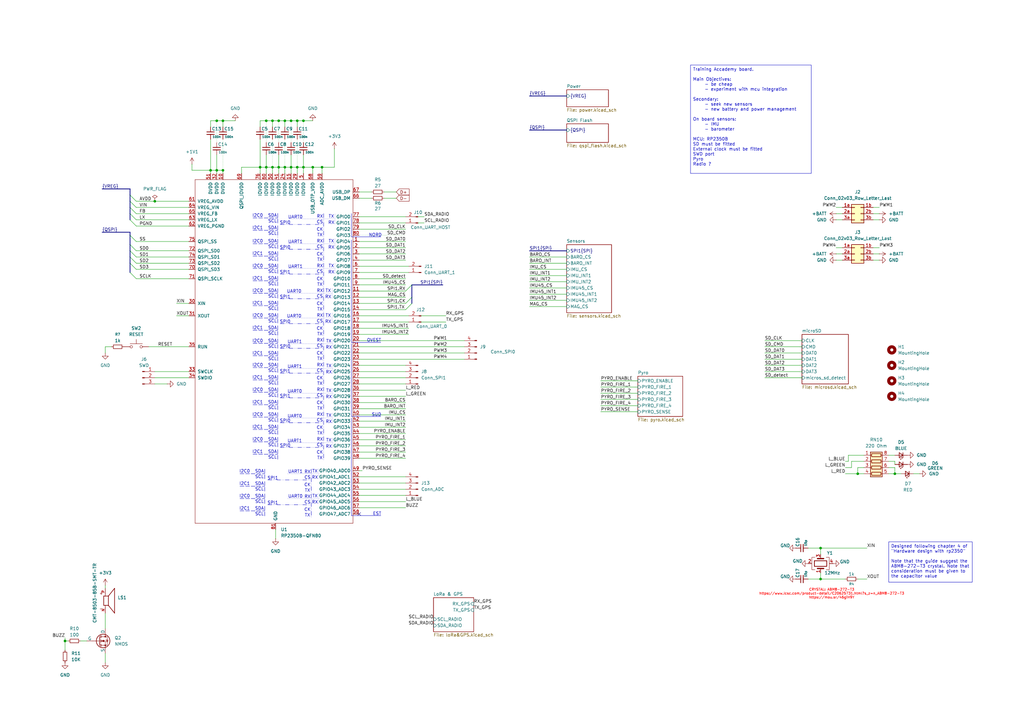
<source format=kicad_sch>
(kicad_sch (version 20250114) (generator "eeschema") (generator_version "9.0")
  (paper "A3")
  (title_block (title "Training Academy Board ") (date "2025-09-11") (rev "1.0") (company "Sapienza Rocket Team") (comment 1 "first board for the trainig academy"))
  (bus_alias "QSPI" (members "SS" "SD[0..3]" "SCLK"))
  (bus_alias "SPI" (members "TX" "RX" "CS" "CK"))
  (bus_alias "VREG" (members "AVDD" "VIN" "FB" "LX" "PGND"))
  (text "CS" (at 131.191 182.626 0) (effects (font (size 1.27 1.27))))
  (text "I2C1" (at 100.33 208.661 0) (effects (font (size 1.27 1.27))))
  (text "SDA" (at 111.76 124.46 0) (effects (font (size 1.27 1.27))))
  (text "SPI1" (at 116.967 162.56 0) (effects (font (size 1.27 1.27))))
  (text "SDA" (at 111.76 93.599 0) (effects (font (size 1.27 1.27))))
  (text "RX" (at 131.191 180.34 0) (effects (font (size 1.27 1.27))))
  (text "CK" (at 126.111 209.169 0) (effects (font (size 1.27 1.27))))
  (text "SDA" (at 111.76 165.1 0) (effects (font (size 1.27 1.27))))
  (text "SCL" (at 111.76 167.386 0) (effects (font (size 1.27 1.27))))
  (text "SPI0" (at 116.967 132.08 0) (effects (font (size 1.27 1.27))))
  (text "TX" (at 131.191 147.32 0) (effects (font (size 1.27 1.27))))
  (text "RX" (at 134.874 142.621 0) (effects (font (size 1.27 1.27))))
  (text "UART0" (at 120.65 129.794 0) (effects (font (size 1.27 1.27))))
  (text "SDA" (at 111.76 154.94 0) (effects (font (size 1.27 1.27))))
  (text "SDA" (at 106.426 198.501 0) (effects (font (size 1.27 1.27))))
  (text "RX" (at 131.191 119.38 0) (effects (font (size 1.27 1.27))))
  (text "SPI0" (at 116.967 91.44 0) (effects (font (size 1.27 1.27))))
  (text "TX" (at 134.874 170.561 0) (effects (font (size 1.27 1.27))))
  (text "SCL" (at 111.76 136.906 0) (effects (font (size 1.27 1.27))))
  (text "UART1" (at 121.158 109.474 0) (effects (font (size 1.27 1.27))))
  (text "I2C1" (at 105.664 145.034 0) (effects (font (size 1.27 1.27))))
  (text "TX" (at 129.159 203.581 0) (effects (font (size 1.27 1.27))))
  (text "I2C1" (at 105.664 124.46 0) (effects (font (size 1.27 1.27))))
  (text "SCL" (at 111.76 182.626 0) (effects (font (size 1.27 1.27))))
  (text "SCL" (at 111.76 131.826 0) (effects (font (size 1.27 1.27))))
  (text "SDA" (at 111.76 99.06 0) (effects (font (size 1.27 1.27))))
  (text "TX" (at 134.874 140.081 0) (effects (font (size 1.27 1.27))))
  (text "SDA" (at 111.76 185.42 0) (effects (font (size 1.27 1.27))))
  (text "SDA" (at 111.76 175.26 0) (effects (font (size 1.27 1.27))))
  (text "SCL" (at 111.76 177.546 0) (effects (font (size 1.27 1.27))))
  (text "SCL" (at 111.76 187.706 0) (effects (font (size 1.27 1.27))))
  (text "SDA" (at 111.76 114.3 0) (effects (font (size 1.27 1.27))))
  (text "RX" (at 134.874 183.261 0) (effects (font (size 1.27 1.27))))
  (text "CS" (at 131.191 152.146 0) (effects (font (size 1.27 1.27))))
  (text "CS" (at 126.111 195.961 0) (effects (font (size 1.27 1.27))))
  (text "TX" (at 135.89 99.06 0) (effects (font (size 1.27 1.27))))
  (text "TX" (at 126.111 211.455 0) (effects (font (size 1.27 1.27))))
  (text "I2C0" (at 105.664 109.22 0) (effects (font (size 1.27 1.27))))
  (text "SCL" (at 111.76 152.146 0) (effects (font (size 1.27 1.27))))
  (text "SCL" (at 106.426 210.947 0) (effects (font (size 1.27 1.27))))
  (text "RX" (at 131.191 88.9 0) (effects (font (size 1.27 1.27))))
  (text "TX" (at 131.191 157.48 0) (effects (font (size 1.27 1.27))))
  (text "SPI1" (at 116.967 111.76 0) (effects (font (size 1.27 1.27))))
  (text "SDA" (at 111.76 170.18 0) (effects (font (size 1.27 1.27))))
  (text "SDA" (at 111.76 104.14 0) (effects (font (size 1.27 1.27))))
  (text "SDA" (at 111.76 88.519 0) (effects (font (size 1.27 1.27))))
  (text "SPI1" (at 111.887 206.375 0) (effects (font (size 1.27 1.27))))
  (text "SDA" (at 111.76 180.34 0) (effects (font (size 1.27 1.27))))
  (text "UART1" (at 120.904 140.335 0) (effects (font (size 1.27 1.27))))
  (text "RX" (at 131.191 109.22 0) (effects (font (size 1.27 1.27))))
  (text "SPI1" (at 116.967 152.4 0) (effects (font (size 1.27 1.27))))
  (text "I2C0" (at 100.33 203.581 0) (effects (font (size 1.27 1.27))))
  (text "I2C0" (at 105.664 170.18 0) (effects (font (size 1.27 1.27))))
  (text "CK" (at 131.191 165.354 0) (effects (font (size 1.27 1.27))))
  (text "I2C1" (at 105.664 134.62 0) (effects (font (size 1.27 1.27))))
  (text "RX" (at 126.111 193.675 0) (effects (font (size 1.27 1.27))))
  (text "SCL" (at 111.76 106.426 0) (effects (font (size 1.27 1.27))))
  (text "I2C0" (at 105.664 160.02 0) (effects (font (size 1.27 1.27))))
  (text "RX" (at 129.159 206.121 0) (effects (font (size 1.27 1.27))))
  (text "TX" (at 126.111 201.295 0) (effects (font (size 1.27 1.27))))
  (text "CK" (at 131.191 155.194 0) (effects (font (size 1.27 1.27))))
  (text "SDA" (at 106.426 208.661 0) (effects (font (size 1.27 1.27))))
  (text "TX" (at 131.191 137.16 0) (effects (font (size 1.27 1.27))))
  (text "UART0" (at 120.904 170.815 0) (effects (font (size 1.27 1.27))))
  (text "UART0" (at 121.158 203.708 0) (effects (font (size 1.27 1.27))))
  (text "RX" (at 129.159 195.961 0) (effects (font (size 1.27 1.27))))
  (text "SPI0" (at 116.967 182.88 0) (effects (font (size 1.27 1.27))))
  (text "SCL" (at 111.76 121.666 0) (effects (font (size 1.27 1.27))))
  (text "I2C0" (at 100.33 193.421 0) (effects (font (size 1.27 1.27))))
  (text "SDA" (at 106.426 203.581 0) (effects (font (size 1.27 1.27))))
  (text "SCL" (at 111.76 116.586 0) (effects (font (size 1.27 1.27))))
  (text "SPI1" (at 111.887 196.215 0) (effects (font (size 1.27 1.27))))
  (text "SDA" (at 111.76 109.22 0) (effects (font (size 1.27 1.27))))
  (text "CS" (at 131.191 111.506 0) (effects (font (size 1.27 1.27))))
  (text "CK" (at 131.191 175.514 0) (effects (font (size 1.27 1.27))))
  (text "SDA" (at 111.76 134.62 0) (effects (font (size 1.27 1.27))))
  (text "CS" (at 131.191 131.826 0) (effects (font (size 1.27 1.27))))
  (text "SDA" (at 111.76 149.86 0) (effects (font (size 1.27 1.27))))
  (text "SCL" (at 106.426 195.707 0) (effects (font (size 1.27 1.27))))
  (text "CK" (at 131.191 114.554 0) (effects (font (size 1.27 1.27))))
  (text "RX" (at 131.191 99.06 0) (effects (font (size 1.27 1.27))))
  (text "TX" (at 134.874 180.721 0) (effects (font (size 1.27 1.27))))
  (text "I2C1" (at 100.33 198.501 0) (effects (font (size 1.27 1.27))))
  (text "SDA" (at 111.76 119.38 0) (effects (font (size 1.27 1.27))))
  (text "TX" (at 134.62 119.38 0) (effects (font (size 1.27 1.27))))
  (text "CS" (at 131.191 172.466 0) (effects (font (size 1.27 1.27))))
  (text "I2C1" (at 105.664 114.3 0) (effects (font (size 1.27 1.27))))
  (text "SCL" (at 111.76 90.805 0) (effects (font (size 1.27 1.27))))
  (text "CS" (at 131.191 141.986 0) (effects (font (size 1.27 1.27))))
  (text "CK" (at 131.191 185.674 0) (effects (font (size 1.27 1.27))))
  (text "NORD" (at 153.924 96.52 0) (effects (font (size 1.27 1.27))))
  (text "I2C0" (at 105.664 180.34 0) (effects (font (size 1.27 1.27))))
  (text "SPI0" (at 116.967 101.6 0) (effects (font (size 1.27 1.27))))
  (text "SCL" (at 111.76 172.466 0) (effects (font (size 1.27 1.27))))
  (text "TX" (at 131.191 127 0) (effects (font (size 1.27 1.27))))
  (text "CRYSTAL: ABM8-272-T3\nhttps://www.lcsc.com/product-detail/C20625731.html?s_z=n_ABM8-272-T3\nhttps://mou.sr/46giH9Y" (at 341.122 243.586 0) (effects (font (size 1 1))))
  (text "CS" (at 131.191 162.306 0) (effects (font (size 1.27 1.27))))
  (text "SCL" (at 106.426 205.867 0) (effects (font (size 1.27 1.27))))
  (text "SCL" (at 111.76 142.24 0) (effects (font (size 1.27 1.27))))
  (text "RX" (at 134.874 152.781 0) (effects (font (size 1.27 1.27))))
  (text "CK" (at 131.191 124.714 0) (effects (font (size 1.27 1.27))))
  (text "CK" (at 126.111 199.009 0) (effects (font (size 1.27 1.27))))
  (text "RX" (at 131.191 139.7 0) (effects (font (size 1.27 1.27))))
  (text "TX" (at 135.89 109.22 0) (effects (font (size 1.27 1.27))))
  (text "CK" (at 131.191 104.394 0) (effects (font (size 1.27 1.27))))
  (text "RX" (at 131.191 129.54 0) (effects (font (size 1.27 1.27))))
  (text "RX" (at 131.191 149.86 0) (effects (font (size 1.27 1.27))))
  (text "UART0" (at 120.65 119.634 0) (effects (font (size 1.27 1.27))))
  (text "SCL" (at 111.76 126.746 0) (effects (font (size 1.27 1.27))))
  (text "TX" (at 131.191 116.84 0) (effects (font (size 1.27 1.27))))
  (text "I2C0" (at 105.664 99.06 0) (effects (font (size 1.27 1.27))))
  (text "TX" (at 134.874 150.241 0) (effects (font (size 1.27 1.27))))
  (text "I2C0" (at 105.664 129.54 0) (effects (font (size 1.27 1.27))))
  (text "TX" (at 131.191 167.64 0) (effects (font (size 1.27 1.27))))
  (text "RX" (at 135.89 111.76 0) (effects (font (size 1.27 1.27))))
  (text "SPI0" (at 116.967 142.24 0) (effects (font (size 1.27 1.27))))
  (text "UART1" (at 121.158 99.314 0) (effects (font (size 1.27 1.27))))
  (text "UART0" (at 121.158 89.154 0) (effects (font (size 1.27 1.27))))
  (text "TX" (at 129.159 193.421 0) (effects (font (size 1.27 1.27))))
  (text "UART1" (at 120.904 180.975 0) (effects (font (size 1.27 1.27))))
  (text "I2C1" (at 105.664 104.14 0) (effects (font (size 1.27 1.27))))
  (text "I2C1" (at 105.664 165.1 0) (effects (font (size 1.27 1.27))))
  (text "CK" (at 131.191 94.234 0) (effects (font (size 1.27 1.27))))
  (text "SDA" (at 111.76 129.54 0) (effects (font (size 1.27 1.27))))
  (text "SDA" (at 111.76 139.954 0) (effects (font (size 1.27 1.27))))
  (text "I2C0" (at 105.664 88.519 0) (effects (font (size 1.27 1.27))))
  (text "CS" (at 126.111 206.121 0) (effects (font (size 1.27 1.27))))
  (text "I2C0" (at 105.664 119.38 0) (effects (font (size 1.27 1.27))))
  (text "SUD" (at 154.432 170.18 0) (effects (font (size 1.27 1.27))))
  (text "I2C1" (at 105.664 154.94 0) (effects (font (size 1.27 1.27))))
  (text "RX" (at 134.62 121.92 0) (effects (font (size 1.27 1.27))))
  (text "I2C1" (at 105.664 175.26 0) (effects (font (size 1.27 1.27))))
  (text "TX" (at 134.62 129.54 0) (effects (font (size 1.27 1.27))))
  (text "UART1" (at 121.158 193.548 0) (effects (font (size 1.27 1.27))))
  (text "CS" (at 131.191 121.666 0) (effects (font (size 1.27 1.27))))
  (text "RX" (at 135.89 91.44 0) (effects (font (size 1.27 1.27))))
  (text "SCL" (at 111.76 147.32 0) (effects (font (size 1.27 1.27))))
  (text "CS" (at 131.191 91.186 0) (effects (font (size 1.27 1.27))))
  (text "SPI1\n" (at 116.967 121.92 0) (effects (font (size 1.27 1.27))))
  (text "SCL" (at 111.76 101.346 0) (effects (font (size 1.27 1.27))))
  (text "UART0" (at 120.904 160.655 0) (effects (font (size 1.27 1.27))))
  (text "TX" (at 131.191 177.8 0) (effects (font (size 1.27 1.27))))
  (text "I2C0" (at 105.664 149.86 0) (effects (font (size 1.27 1.27))))
  (text "RX" (at 134.62 132.08 0) (effects (font (size 1.27 1.27))))
  (text "I2C1" (at 105.664 185.42 0) (effects (font (size 1.27 1.27))))
  (text "RX" (at 131.191 170.18 0) (effects (font (size 1.27 1.27))))
  (text "SCL" (at 111.76 95.885 0) (effects (font (size 1.27 1.27))))
  (text "I2C0" (at 105.664 139.954 0) (effects (font (size 1.27 1.27))))
  (text "TX" (at 131.191 187.96 0) (effects (font (size 1.27 1.27))))
  (text "SDA" (at 111.76 145.034 0) (effects (font (size 1.27 1.27))))
  (text "OVEST" (at 153.416 139.7 0) (effects (font (size 1.27 1.27))))
  (text "RX" (at 135.89 101.6 0) (effects (font (size 1.27 1.27))))
  (text "EST" (at 154.686 210.82 0) (effects (font (size 1.27 1.27))))
  (text "UART1" (at 120.904 150.495 0) (effects (font (size 1.27 1.27))))
  (text "SCL" (at 111.76 157.226 0) (effects (font (size 1.27 1.27))))
  (text "SCL" (at 106.426 200.787 0) (effects (font (size 1.27 1.27))))
  (text "SCL" (at 111.76 162.306 0) (effects (font (size 1.27 1.27))))
  (text "SDA" (at 106.426 193.421 0) (effects (font (size 1.27 1.27))))
  (text "TX" (at 131.191 96.52 0) (effects (font (size 1.27 1.27))))
  (text "SDA" (at 111.76 160.02 0) (effects (font (size 1.27 1.27))))
  (text "RX" (at 134.874 162.941 0) (effects (font (size 1.27 1.27))))
  (text "CS" (at 131.191 101.346 0) (effects (font (size 1.27 1.27))))
  (text "RX" (at 134.874 173.101 0) (effects (font (size 1.27 1.27))))
  (text "TX" (at 135.89 88.9 0) (effects (font (size 1.27 1.27))))
  (text "I2C1" (at 105.664 93.599 0) (effects (font (size 1.27 1.27))))
  (text "SPI0" (at 116.967 172.72 0) (effects (font (size 1.27 1.27))))
  (text "TX" (at 134.874 160.401 0) (effects (font (size 1.27 1.27))))
  (text "RX" (at 131.191 160.02 0) (effects (font (size 1.27 1.27))))
  (text "CK" (at 131.191 145.034 0) (effects (font (size 1.27 1.27))))
  (text "SCL" (at 111.76 111.506 0) (effects (font (size 1.27 1.27))))
  (text "TX" (at 131.191 106.68 0) (effects (font (size 1.27 1.27))))
  (text "RX" (at 126.111 203.835 0) (effects (font (size 1.27 1.27))))
  (text "CK" (at 131.191 134.874 0) (effects (font (size 1.27 1.27))))
  (text_box "Training Accademy board. \n\nMain Objectives: \n	- be cheap\n	- experiment with mcu integration\n\nSecondary:\n	- seek new sensors\n	- new battery and power management\n\nOn board sensors:\n	- IMU\n	- barometer\n\nMCU: RP2350B\nSD must be fitted\nExternal clock must be fitted\nSWD port\nPyro\nRadio ?" (at 283.21 26.67 0) (size 49.53 44.45) (margins 0.9525 0.9525 0.9525 0.9525) (effects (font (size 1.27 1.27)) (justify left top)))
  (text_box "Designed following chapter 4 of \"Hardware design with rp2350\"\n\nNote that the guide suggest the ABM8-272-T3 crystal. Note that consideration must be given to the capacitor value" (at 364.49 222.25 0) (size 34.29 16.51) (margins 0.9525 0.9525 0.9525 0.9525) (effects (font (size 1.27 1.27)) (justify left top)))
  (junction (at 121.92 68.58))
  (junction (at 367.03 194.31))
  (junction (at 124.46 68.58))
  (junction (at 124.46 49.53))
  (junction (at 116.84 49.53))
  (junction (at 351.79 194.31))
  (junction (at 336.55 237.49))
  (junction (at 111.76 68.58))
  (junction (at 116.84 68.58))
  (junction (at 91.44 49.53))
  (junction (at 88.9 49.53))
  (junction (at 63.5 82.55))
  (junction (at 121.92 49.53))
  (junction (at 128.27 68.58))
  (junction (at 86.36 69.85))
  (junction (at 91.44 69.85))
  (junction (at 88.9 69.85))
  (junction (at 119.38 68.58))
  (junction (at 109.22 49.53))
  (junction (at 106.68 68.58))
  (junction (at 111.76 49.53))
  (junction (at 119.38 49.53))
  (junction (at 26.67 262.89))
  (junction (at 132.08 68.58))
  (junction (at 114.3 68.58))
  (junction (at 109.22 68.58))
  (junction (at 114.3 49.53))
  (junction (at 336.55 224.79))
  (no_connect (at 147.32 210.82))
  (bus_entry (at 55.88 107.95) (size -2.54 -2.54))
  (bus_entry (at 55.88 85.09) (size -2.54 -2.54))
  (bus_entry (at 55.88 105.41) (size -2.54 -2.54))
  (bus_entry (at 166.37 119.38) (size 2.54 -2.54))
  (bus_entry (at 55.88 114.3) (size -2.54 -2.54))
  (bus_entry (at 55.88 99.06) (size -2.54 -2.54))
  (bus_entry (at 166.37 124.46) (size 2.54 -2.54))
  (bus_entry (at 55.88 82.55) (size -2.54 -2.54))
  (bus_entry (at 55.88 87.63) (size -2.54 -2.54))
  (bus_entry (at 55.88 92.71) (size -2.54 -2.54))
  (bus_entry (at 55.88 90.17) (size -2.54 -2.54))
  (bus_entry (at 55.88 110.49) (size -2.54 -2.54))
  (bus_entry (at 55.88 102.87) (size -2.54 -2.54))
  (bus_entry (at 166.37 127) (size 2.54 -2.54))
  (wire (pts (xy 147.32 195.58) (xy 166.37 195.58)))
  (polyline (pts (xy 144.145 98.425) (xy 144.145 140.462)))
  (wire (pts (xy 331.47 224.79) (xy 336.55 224.79)))
  (polyline (pts (xy 132.715 179.07) (xy 132.715 188.595)) (stroke (width 0) (type dash_dot_dot)))
  (wire (pts (xy 91.44 49.53) (xy 88.9 49.53)))
  (wire (pts (xy 166.37 208.28) (xy 147.32 208.28)))
  (polyline (pts (xy 127.635 192.405) (xy 127.635 201.93)) (stroke (width 0) (type dash_dot_dot)))
  (polyline (pts (xy 130.81 202.565) (xy 130.81 207.01)) (stroke (width 0) (type dot)))
  (wire (pts (xy 331.47 237.49) (xy 336.55 237.49)))
  (wire (pts (xy 147.32 170.18) (xy 166.37 170.18)))
  (wire (pts (xy 147.32 139.7) (xy 190.5 139.7)))
  (wire (pts (xy 147.32 157.48) (xy 166.37 157.48)))
  (wire (pts (xy 342.9 101.6) (xy 345.44 101.6)))
  (wire (pts (xy 128.27 68.58) (xy 128.27 71.12)))
  (wire (pts (xy 106.68 68.58) (xy 109.22 68.58)))
  (wire (pts (xy 63.5 152.4) (xy 77.47 152.4)))
  (wire (pts (xy 313.69 154.94) (xy 328.93 154.94)))
  (wire (pts (xy 166.37 160.02) (xy 147.32 160.02)))
  (bus (pts (xy 217.17 102.87) (xy 232.41 102.87)))
  (wire (pts (xy 147.32 121.92) (xy 166.37 121.92)))
  (polyline (pts (xy 118.364 99.949) (xy 137.414 99.949)) (stroke (width 0) (type dot)))
  (wire (pts (xy 217.17 107.95) (xy 232.41 107.95)))
  (polyline (pts (xy 137.414 98.044) (xy 137.414 102.489)) (stroke (width 0) (type dot)))
  (wire (pts (xy 313.69 139.7) (xy 328.93 139.7)))
  (wire (pts (xy 55.88 114.3) (xy 77.47 114.3)))
  (wire (pts (xy 147.32 200.66) (xy 166.37 200.66)))
  (wire (pts (xy 109.22 68.58) (xy 109.22 71.12)))
  (wire (pts (xy 26.67 261.62) (xy 26.67 262.89)))
  (wire (pts (xy 351.79 237.49) (xy 355.6 237.49)))
  (polyline (pts (xy 113.919 103.124) (xy 113.919 107.569)) (stroke (width 0) (type dash)))
  (wire (pts (xy 43.18 142.24) (xy 45.72 142.24)))
  (wire (pts (xy 55.88 99.06) (xy 77.47 99.06)))
  (polyline (pts (xy 113.919 164.084) (xy 113.919 168.529)) (stroke (width 0) (type dash)))
  (wire (pts (xy 86.36 57.15) (xy 86.36 69.85)))
  (wire (pts (xy 63.5 82.55) (xy 77.47 82.55)))
  (polyline (pts (xy 108.585 207.645) (xy 108.585 212.09)) (stroke (width 0) (type dash)))
  (wire (pts (xy 349.25 189.23) (xy 354.33 189.23)))
  (wire (pts (xy 55.88 85.09) (xy 77.47 85.09)))
  (wire (pts (xy 166.37 205.74) (xy 147.32 205.74)))
  (polyline (pts (xy 114.935 122.555) (xy 132.715 122.555)) (stroke (width 0) (type dash_dot_dot)))
  (polyline (pts (xy 103.759 160.909) (xy 113.919 160.909)) (stroke (width 0) (type dash)))
  (wire (pts (xy 336.55 237.49) (xy 336.55 234.95)))
  (wire (pts (xy 148.59 193.04) (xy 147.32 193.04)))
  (wire (pts (xy 109.22 49.53) (xy 109.22 58.42)) (stroke (width 0) (type dot)))
  (polyline (pts (xy 132.715 97.79) (xy 132.715 107.315)) (stroke (width 0) (type dash_dot_dot)))
  (wire (pts (xy 88.9 71.12) (xy 88.9 69.85)))
  (polyline (pts (xy 108.585 202.565) (xy 108.585 207.01)) (stroke (width 0) (type dash)))
  (wire (pts (xy 346.71 194.31) (xy 351.79 194.31)))
  (wire (pts (xy 43.18 142.24) (xy 43.18 144.78)))
  (bus (pts (xy 217.17 53.34) (xy 232.41 53.34)))
  (wire (pts (xy 147.32 154.94) (xy 166.37 154.94)))
  (wire (pts (xy 166.37 187.96) (xy 147.32 187.96)))
  (wire (pts (xy 217.17 110.49) (xy 232.41 110.49)))
  (wire (pts (xy 364.49 191.77) (xy 367.03 191.77)))
  (polyline (pts (xy 132.715 148.59) (xy 132.715 158.115)) (stroke (width 0) (type dash_dot_dot)))
  (wire (pts (xy 111.76 49.53) (xy 109.22 49.53)))
  (wire (pts (xy 88.9 49.53) (xy 86.36 49.53)))
  (polyline (pts (xy 118.11 181.61) (xy 136.525 181.61)) (stroke (width 0) (type dot)))
  (wire (pts (xy 124.46 49.53) (xy 128.27 49.53)))
  (wire (pts (xy 246.38 168.91) (xy 261.62 168.91)))
  (polyline (pts (xy 98.425 194.31) (xy 108.585 194.31)) (stroke (width 0) (type dash)))
  (polyline (pts (xy 144.145 87.63) (xy 144.145 97.155)))
  (wire (pts (xy 124.46 68.58) (xy 128.27 68.58)))
  (polyline (pts (xy 113.919 123.444) (xy 113.919 127.889)) (stroke (width 0) (type dash)))
  (polyline (pts (xy 103.759 165.989) (xy 113.919 165.989)) (stroke (width 0) (type dash)))
  (polyline (pts (xy 103.759 140.843) (xy 113.919 140.843)) (stroke (width 0) (type dash)))
  (polyline (pts (xy 127.635 202.565) (xy 127.635 212.09)) (stroke (width 0) (type dash_dot_dot)))
  (wire (pts (xy 147.32 172.72) (xy 166.37 172.72)))
  (wire (pts (xy 147.32 129.54) (xy 167.64 129.54)))
  (wire (pts (xy 217.17 113.03) (xy 232.41 113.03)))
  (wire (pts (xy 119.38 49.53) (xy 116.84 49.53)))
  (wire (pts (xy 147.32 99.06) (xy 166.37 99.06)))
  (wire (pts (xy 367.03 191.77) (xy 367.03 194.31)))
  (polyline (pts (xy 98.425 204.47) (xy 108.585 204.47)) (stroke (width 0) (type dash)))
  (wire (pts (xy 26.67 262.89) (xy 26.67 266.7)))
  (bus (pts (xy 53.34 107.95) (xy 53.34 111.76)))
  (polyline (pts (xy 113.919 118.364) (xy 113.919 122.809)) (stroke (width 0) (type dash)))
  (wire (pts (xy 166.37 162.56) (xy 147.32 162.56)))
  (wire (pts (xy 147.32 144.78) (xy 190.5 144.78)))
  (wire (pts (xy 72.39 124.46) (xy 77.47 124.46)))
  (bus (pts (xy 53.34 85.09) (xy 53.34 87.63)))
  (polyline (pts (xy 114.935 112.395) (xy 132.715 112.395)) (stroke (width 0) (type dash_dot_dot)))
  (wire (pts (xy 351.79 194.31) (xy 354.33 194.31)))
  (polyline (pts (xy 103.759 105.029) (xy 113.919 105.029)) (stroke (width 0) (type dash)))
  (polyline (pts (xy 108.585 192.405) (xy 108.585 196.85)) (stroke (width 0) (type dash)))
  (wire (pts (xy 157.48 81.28) (xy 162.56 81.28)))
  (wire (pts (xy 99.06 71.12) (xy 99.06 68.58)))
  (wire (pts (xy 111.76 68.58) (xy 111.76 71.12)))
  (polyline (pts (xy 136.271 118.364) (xy 136.271 122.809)) (stroke (width 0) (type dot)))
  (polyline (pts (xy 132.715 138.43) (xy 132.715 147.955)) (stroke (width 0) (type dash_dot_dot)))
  (wire (pts (xy 114.3 49.53) (xy 111.76 49.53)))
  (polyline (pts (xy 103.759 186.309) (xy 113.919 186.309)) (stroke (width 0) (type dash)))
  (wire (pts (xy 55.88 105.41) (xy 77.47 105.41)))
  (wire (pts (xy 116.84 57.15) (xy 116.84 68.58)) (stroke (width 0) (type dot)))
  (wire (pts (xy 147.32 132.08) (xy 167.64 132.08)))
  (wire (pts (xy 246.38 156.21) (xy 261.62 156.21)))
  (wire (pts (xy 119.38 63.5) (xy 119.38 68.58)))
  (wire (pts (xy 137.16 68.58) (xy 132.08 68.58)))
  (wire (pts (xy 55.88 92.71) (xy 77.47 92.71)))
  (wire (pts (xy 114.3 63.5) (xy 114.3 68.58)))
  (wire (pts (xy 111.76 57.15) (xy 111.76 68.58)) (stroke (width 0) (type dot)))
  (wire (pts (xy 147.32 142.24) (xy 190.5 142.24)))
  (polyline (pts (xy 132.715 107.95) (xy 132.715 117.475)) (stroke (width 0) (type dash_dot_dot)))
  (polyline (pts (xy 109.855 196.85) (xy 127.635 196.85)) (stroke (width 0) (type dash_dot_dot)))
  (bus (pts (xy 168.91 116.84) (xy 181.61 116.84)))
  (wire (pts (xy 147.32 127) (xy 166.37 127)))
  (polyline (pts (xy 144.145 170.815) (xy 156.21 170.815)))
  (wire (pts (xy 60.96 142.24) (xy 77.47 142.24)))
  (bus (pts (xy 217.17 39.37) (xy 232.41 39.37)))
  (wire (pts (xy 124.46 49.53) (xy 121.92 49.53)))
  (polyline (pts (xy 132.715 118.11) (xy 132.715 127.635)) (stroke (width 0) (type dash_dot_dot)))
  (polyline (pts (xy 103.759 145.923) (xy 113.919 145.923)) (stroke (width 0) (type dash)))
  (bus (pts (xy 53.34 105.41) (xy 53.34 107.95)))
  (wire (pts (xy 336.55 224.79) (xy 355.6 224.79)))
  (wire (pts (xy 157.48 78.74) (xy 162.56 78.74)))
  (polyline (pts (xy 136.271 128.524) (xy 136.271 132.969)) (stroke (width 0) (type dot)))
  (wire (pts (xy 354.33 191.77) (xy 351.79 191.77)))
  (wire (pts (xy 147.32 106.68) (xy 166.37 106.68)))
  (bus (pts (xy 53.34 80.01) (xy 53.34 82.55)))
  (wire (pts (xy 114.3 49.53) (xy 114.3 58.42)) (stroke (width 0) (type dot)))
  (polyline (pts (xy 98.425 199.39) (xy 108.585 199.39)) (stroke (width 0) (type dash)))
  (polyline (pts (xy 98.425 209.55) (xy 108.585 209.55)) (stroke (width 0) (type dash)))
  (polyline (pts (xy 103.759 135.509) (xy 113.919 135.509)) (stroke (width 0) (type dash)))
  (polyline (pts (xy 114.935 92.075) (xy 132.715 92.075)) (stroke (width 0) (type dash_dot_dot)))
  (wire (pts (xy 313.69 152.4) (xy 328.93 152.4)))
  (polyline (pts (xy 113.919 138.938) (xy 113.919 143.383)) (stroke (width 0) (type dash)))
  (polyline (pts (xy 114.935 142.875) (xy 132.715 142.875)) (stroke (width 0) (type dash_dot_dot)))
  (wire (pts (xy 172.72 132.08) (xy 182.88 132.08)))
  (wire (pts (xy 217.17 123.19) (xy 232.41 123.19)))
  (polyline (pts (xy 103.759 110.109) (xy 113.919 110.109)) (stroke (width 0) (type dash)))
  (wire (pts (xy 367.03 189.23) (xy 367.03 190.5)))
  (bus (pts (xy 53.34 87.63) (xy 53.34 90.17)))
  (wire (pts (xy 116.84 68.58) (xy 116.84 71.12)))
  (wire (pts (xy 147.32 124.46) (xy 166.37 124.46)))
  (wire (pts (xy 364.49 186.69) (xy 367.03 186.69)))
  (wire (pts (xy 124.46 68.58) (xy 124.46 71.12)))
  (wire (pts (xy 347.98 186.69) (xy 354.33 186.69)))
  (polyline (pts (xy 113.919 92.583) (xy 113.919 97.282)) (stroke (width 0) (type dash)))
  (wire (pts (xy 109.22 49.53) (xy 106.68 49.53)))
  (polyline (pts (xy 113.919 87.503) (xy 113.919 91.948)) (stroke (width 0) (type dash)))
  (wire (pts (xy 172.72 129.54) (xy 182.88 129.54)))
  (wire (pts (xy 147.32 96.52) (xy 166.37 96.52)) (stroke (width 0) (type dot)))
  (wire (pts (xy 91.44 69.85) (xy 88.9 69.85)))
  (wire (pts (xy 246.38 161.29) (xy 261.62 161.29)))
  (wire (pts (xy 358.14 90.17) (xy 360.68 90.17)))
  (polyline (pts (xy 118.11 171.45) (xy 136.525 171.45)) (stroke (width 0) (type dot)))
  (polyline (pts (xy 103.759 120.269) (xy 113.919 120.269)) (stroke (width 0) (type dash)))
  (wire (pts (xy 43.18 251.46) (xy 43.18 257.81)))
  (polyline (pts (xy 113.919 184.404) (xy 113.919 188.849)) (stroke (width 0) (type dash)))
  (wire (pts (xy 55.88 87.63) (xy 77.47 87.63)))
  (wire (pts (xy 128.27 68.58) (xy 132.08 68.58)))
  (bus (pts (xy 53.34 102.87) (xy 53.34 105.41)))
  (wire (pts (xy 147.32 137.16) (xy 167.64 137.16)))
  (wire (pts (xy 147.32 119.38) (xy 166.37 119.38)))
  (wire (pts (xy 147.32 114.3) (xy 166.37 114.3)))
  (wire (pts (xy 336.55 237.49) (xy 346.71 237.49)))
  (bus (pts (xy 53.34 95.25) (xy 53.34 96.52)))
  (wire (pts (xy 88.9 49.53) (xy 88.9 58.42)) (stroke (width 0) (type dot)))
  (wire (pts (xy 166.37 185.42) (xy 147.32 185.42)))
  (polyline (pts (xy 103.759 130.429) (xy 113.919 130.429)) (stroke (width 0) (type dash)))
  (wire (pts (xy 313.69 147.32) (xy 328.93 147.32)))
  (wire (pts (xy 358.14 85.09) (xy 360.68 85.09)))
  (polyline (pts (xy 132.715 158.75) (xy 132.715 168.275)) (stroke (width 0) (type dash_dot_dot)))
  (polyline (pts (xy 132.715 168.91) (xy 132.715 178.435)) (stroke (width 0) (type dash_dot_dot)))
  (wire (pts (xy 246.38 163.83) (xy 261.62 163.83)))
  (polyline (pts (xy 130.81 192.405) (xy 130.81 196.85)) (stroke (width 0) (type dot)))
  (polyline (pts (xy 144.145 97.155) (xy 156.21 97.155)))
  (wire (pts (xy 109.22 63.5) (xy 109.22 68.58)))
  (wire (pts (xy 111.76 68.58) (xy 114.3 68.58)))
  (wire (pts (xy 246.38 166.37) (xy 261.62 166.37)))
  (polyline (pts (xy 113.919 148.844) (xy 113.919 153.289)) (stroke (width 0) (type dash)))
  (wire (pts (xy 347.98 189.23) (xy 347.98 186.69)))
  (wire (pts (xy 78.74 69.85) (xy 78.74 67.31)))
  (wire (pts (xy 147.32 78.74) (xy 152.4 78.74)))
  (wire (pts (xy 106.68 49.53) (xy 106.68 52.07)))
  (bus (pts (xy 53.34 100.33) (xy 53.34 102.87)))
  (polyline (pts (xy 118.11 161.29) (xy 136.525 161.29)) (stroke (width 0) (type dot)))
  (polyline (pts (xy 114.935 173.355) (xy 132.715 173.355)) (stroke (width 0) (type dash_dot_dot)))
  (wire (pts (xy 147.32 175.26) (xy 166.37 175.26)))
  (polyline (pts (xy 118.11 204.47) (xy 130.81 204.47)) (stroke (width 0) (type dot)))
  (wire (pts (xy 26.67 262.89) (xy 27.94 262.89)))
  (bus (pts (xy 41.91 77.47) (xy 53.34 77.47)))
  (wire (pts (xy 119.38 68.58) (xy 119.38 71.12)))
  (wire (pts (xy 147.32 198.12) (xy 166.37 198.12)))
  (polyline (pts (xy 114.935 163.195) (xy 132.715 163.195)) (stroke (width 0) (type dash_dot_dot)))
  (polyline (pts (xy 114.935 102.235) (xy 132.715 102.235)) (stroke (width 0) (type dash_dot_dot)))
  (wire (pts (xy 313.69 144.78) (xy 328.93 144.78)))
  (wire (pts (xy 121.92 49.53) (xy 119.38 49.53)))
  (bus (pts (xy 168.91 121.92) (xy 168.91 124.46)))
  (wire (pts (xy 147.32 104.14) (xy 166.37 104.14)))
  (wire (pts (xy 119.38 68.58) (xy 121.92 68.58)))
  (wire (pts (xy 55.88 102.87) (xy 77.47 102.87)))
  (wire (pts (xy 124.46 63.5) (xy 124.46 68.58)))
  (bus (pts (xy 53.34 96.52) (xy 53.34 100.33)))
  (wire (pts (xy 358.14 106.68) (xy 360.68 106.68)))
  (wire (pts (xy 147.32 88.9) (xy 166.37 88.9)))
  (polyline (pts (xy 118.11 140.97) (xy 136.525 140.97)) (stroke (width 0) (type dot)))
  (wire (pts (xy 147.32 91.44) (xy 166.37 91.44)))
  (polyline (pts (xy 113.919 174.244) (xy 113.919 178.689)) (stroke (width 0) (type dash)))
  (wire (pts (xy 364.49 189.23) (xy 367.03 189.23)))
  (wire (pts (xy 217.17 118.11) (xy 232.41 118.11)))
  (polyline (pts (xy 113.919 128.524) (xy 113.919 132.969)) (stroke (width 0) (type dash)))
  (wire (pts (xy 78.74 69.85) (xy 86.36 69.85)))
  (polyline (pts (xy 132.715 87.63) (xy 132.715 97.155)) (stroke (width 0) (type dash_dot_dot)))
  (wire (pts (xy 113.03 220.98) (xy 113.03 217.17)))
  (wire (pts (xy 349.25 191.77) (xy 349.25 189.23)))
  (polyline (pts (xy 137.414 108.204) (xy 137.414 112.649)) (stroke (width 0) (type dot)))
  (polyline (pts (xy 108.585 197.485) (xy 108.585 201.93)) (stroke (width 0) (type dash)))
  (wire (pts (xy 171.45 88.9) (xy 173.99 88.9)))
  (wire (pts (xy 342.9 87.63) (xy 345.44 87.63)))
  (wire (pts (xy 346.71 189.23) (xy 347.98 189.23)))
  (wire (pts (xy 121.92 68.58) (xy 121.92 71.12)))
  (polyline (pts (xy 118.11 194.31) (xy 130.81 194.31)) (stroke (width 0) (type dot)))
  (wire (pts (xy 166.37 182.88) (xy 147.32 182.88)))
  (wire (pts (xy 342.9 90.17) (xy 345.44 90.17)))
  (wire (pts (xy 147.32 111.76) (xy 167.64 111.76)))
  (wire (pts (xy 147.32 152.4) (xy 166.37 152.4)))
  (wire (pts (xy 109.22 68.58) (xy 111.76 68.58)))
  (polyline (pts (xy 113.919 159.004) (xy 113.919 163.449)) (stroke (width 0) (type dash)))
  (polyline (pts (xy 136.525 139.065) (xy 136.525 143.51)) (stroke (width 0) (type dot)))
  (wire (pts (xy 114.3 68.58) (xy 116.84 68.58)))
  (wire (pts (xy 369.57 194.31) (xy 367.03 194.31)))
  (wire (pts (xy 116.84 68.58) (xy 119.38 68.58)))
  (wire (pts (xy 364.49 194.31) (xy 367.03 194.31)))
  (polyline (pts (xy 113.919 169.164) (xy 113.919 173.609)) (stroke (width 0) (type dash)))
  (wire (pts (xy 63.5 157.48) (xy 68.58 157.48)))
  (wire (pts (xy 121.92 68.58) (xy 124.46 68.58)))
  (bus (pts (xy 41.91 95.25) (xy 53.34 95.25)))
  (polyline (pts (xy 118.364 110.109) (xy 137.414 110.109)) (stroke (width 0) (type dot)))
  (polyline (pts (xy 144.145 140.97) (xy 144.145 170.815)))
  (polyline (pts (xy 103.759 99.949) (xy 113.919 99.949)) (stroke (width 0) (type dash)))
  (wire (pts (xy 55.88 90.17) (xy 77.47 90.17)))
  (wire (pts (xy 43.18 267.97) (xy 43.18 271.78)))
  (wire (pts (xy 86.36 69.85) (xy 86.36 71.12)))
  (wire (pts (xy 166.37 180.34) (xy 147.32 180.34)))
  (polyline (pts (xy 113.919 133.604) (xy 113.919 138.303)) (stroke (width 0) (type dash)))
  (wire (pts (xy 246.38 158.75) (xy 261.62 158.75)))
  (wire (pts (xy 91.44 71.12) (xy 91.44 69.85)))
  (polyline (pts (xy 113.919 179.324) (xy 113.919 183.769)) (stroke (width 0) (type dash)))
  (polyline (pts (xy 113.919 153.924) (xy 113.919 158.369)) (stroke (width 0) (type dash)))
  (polyline (pts (xy 113.919 144.018) (xy 113.919 148.463)) (stroke (width 0) (type dash)))
  (wire (pts (xy 72.39 129.54) (xy 77.47 129.54)))
  (wire (pts (xy 55.88 107.95) (xy 77.47 107.95)))
  (bus (pts (xy 53.34 77.47) (xy 53.34 80.01)))
  (wire (pts (xy 106.68 68.58) (xy 106.68 71.12)))
  (wire (pts (xy 217.17 125.73) (xy 232.41 125.73)))
  (wire (pts (xy 91.44 57.15) (xy 91.44 69.85)) (stroke (width 0) (type dot)))
  (polyline (pts (xy 114.935 153.035) (xy 132.715 153.035)) (stroke (width 0) (type dash_dot_dot)))
  (polyline (pts (xy 132.715 128.27) (xy 132.715 137.795)) (stroke (width 0) (type dash_dot_dot)))
  (polyline (pts (xy 136.525 149.225) (xy 136.525 153.67)) (stroke (width 0) (type dot)))
  (polyline (pts (xy 103.759 181.229) (xy 113.919 181.229)) (stroke (width 0) (type dash)))
  (polyline (pts (xy 144.145 211.455) (xy 156.21 211.455)))
  (wire (pts (xy 336.55 224.79) (xy 336.55 227.33)))
  (wire (pts (xy 217.17 105.41) (xy 232.41 105.41)))
  (wire (pts (xy 121.92 52.07) (xy 121.92 49.53)))
  (wire (pts (xy 342.9 104.14) (xy 345.44 104.14)))
  (wire (pts (xy 147.32 81.28) (xy 152.4 81.28)))
  (wire (pts (xy 217.17 115.57) (xy 232.41 115.57)))
  (wire (pts (xy 147.32 116.84) (xy 166.37 116.84)))
  (wire (pts (xy 147.32 134.62) (xy 167.64 134.62)))
  (polyline (pts (xy 144.145 140.462) (xy 156.21 140.462)))
  (wire (pts (xy 137.16 68.58) (xy 137.16 60.96)))
  (wire (pts (xy 147.32 101.6) (xy 166.37 101.6)))
  (wire (pts (xy 88.9 63.5) (xy 88.9 69.85)))
  (wire (pts (xy 132.08 68.58) (xy 132.08 71.12)))
  (polyline (pts (xy 103.759 89.408) (xy 113.919 89.408)) (stroke (width 0) (type dash)))
  (wire (pts (xy 121.92 57.15) (xy 121.92 68.58)) (stroke (width 0) (type dot)))
  (wire (pts (xy 111.76 52.07) (xy 111.76 49.53)))
  (polyline (pts (xy 103.759 125.349) (xy 113.919 125.349)) (stroke (width 0) (type dash)))
  (wire (pts (xy 147.32 165.1) (xy 166.37 165.1)))
  (wire (pts (xy 351.79 191.77) (xy 351.79 194.31)))
  (bus (pts (xy 53.34 82.55) (xy 53.34 85.09)))
  (polyline (pts (xy 113.919 98.044) (xy 113.919 102.489)) (stroke (width 0) (type dash)))
  (wire (pts (xy 91.44 52.07) (xy 91.44 49.53)))
  (wire (pts (xy 55.88 82.55) (xy 63.5 82.55)))
  (polyline (pts (xy 136.525 159.385) (xy 136.525 163.83)) (stroke (width 0) (type dot)))
  (wire (pts (xy 358.14 87.63) (xy 360.68 87.63)))
  (wire (pts (xy 55.88 110.49) (xy 77.47 110.49)))
  (polyline (pts (xy 117.856 120.269) (xy 136.271 120.269)) (stroke (width 0) (type dot)))
  (polyline (pts (xy 113.919 108.204) (xy 113.919 112.649)) (stroke (width 0) (type dash)))
  (polyline (pts (xy 113.919 113.284) (xy 113.919 117.729)) (stroke (width 0) (type dash)))
  (polyline (pts (xy 103.759 176.149) (xy 113.919 176.149)) (stroke (width 0) (type dash)))
  (wire (pts (xy 147.32 93.98) (xy 166.37 93.98)))
  (wire (pts (xy 217.17 120.65) (xy 232.41 120.65)))
  (wire (pts (xy 86.36 52.07) (xy 86.36 49.53)))
  (polyline (pts (xy 118.364 89.789) (xy 137.414 89.789)) (stroke (width 0) (type dot)))
  (wire (pts (xy 313.69 149.86) (xy 328.93 149.86)))
  (polyline (pts (xy 103.759 94.488) (xy 113.919 94.488)) (stroke (width 0) (type dash)))
  (polyline (pts (xy 136.525 179.705) (xy 136.525 184.15)) (stroke (width 0) (type dot)))
  (wire (pts (xy 106.68 57.15) (xy 106.68 68.58)))
  (wire (pts (xy 346.71 191.77) (xy 349.25 191.77)))
  (wire (pts (xy 147.32 149.86) (xy 166.37 149.86)))
  (wire (pts (xy 116.84 52.07) (xy 116.84 49.53)))
  (wire (pts (xy 88.9 69.85) (xy 86.36 69.85)))
  (bus (pts (xy 168.91 116.84) (xy 168.91 121.92)))
  (wire (pts (xy 114.3 68.58) (xy 114.3 71.12)))
  (wire (pts (xy 166.37 177.8) (xy 147.32 177.8)))
  (wire (pts (xy 124.46 58.42) (xy 124.46 49.53)) (stroke (width 0) (type dot)))
  (polyline (pts (xy 103.759 171.069) (xy 113.919 171.069)) (stroke (width 0) (type dash)))
  (wire (pts (xy 358.14 101.6) (xy 360.68 101.6)))
  (polyline (pts (xy 136.525 169.545) (xy 136.525 173.99)) (stroke (width 0) (type dot)))
  (wire (pts (xy 342.9 106.68) (xy 345.44 106.68)))
  (wire (pts (xy 147.32 147.32) (xy 190.5 147.32)))
  (wire (pts (xy 342.9 85.09) (xy 345.44 85.09)))
  (wire (pts (xy 33.02 262.89) (xy 35.56 262.89)))
  (polyline (pts (xy 103.759 150.749) (xy 113.919 150.749)) (stroke (width 0) (type dash)))
  (polyline (pts (xy 118.11 151.13) (xy 136.525 151.13)) (stroke (width 0) (type dot)))
  (wire (pts (xy 313.69 142.24) (xy 328.93 142.24)))
  (wire (pts (xy 377.19 194.31) (xy 374.65 194.31)))
  (wire (pts (xy 96.52 49.53) (xy 91.44 49.53)))
  (wire (pts (xy 116.84 49.53) (xy 114.3 49.53)))
  (polyline (pts (xy 114.935 183.515) (xy 132.715 183.515)) (stroke (width 0) (type dash_dot_dot)))
  (polyline (pts (xy 114.935 132.715) (xy 132.715 132.715)) (stroke (width 0) (type dash_dot_dot)))
  (wire (pts (xy 147.32 203.2) (xy 166.37 203.2)))
  (polyline (pts (xy 137.414 87.884) (xy 137.414 92.329)) (stroke (width 0) (type dot)))
  (wire (pts (xy 99.06 68.58) (xy 106.68 68.58)))
  (polyline (pts (xy 117.856 130.429) (xy 136.271 130.429)) (stroke (width 0) (type dot)))
  (polyline (pts (xy 144.145 171.45) (xy 144.145 211.455)))
  (wire (pts (xy 147.32 167.64) (xy 166.37 167.64)))
  (polyline (pts (xy 103.759 155.829) (xy 113.919 155.829)) (stroke (width 0) (type dash)))
  (wire (pts (xy 119.38 49.53) (xy 119.38 58.42)) (stroke (width 0) (type dot)))
  (wire (pts (xy 358.14 104.14) (xy 360.68 104.14)))
  (wire (pts (xy 63.5 154.94) (xy 77.47 154.94)))
  (wire (pts (xy 171.45 91.44) (xy 173.99 91.44)))
  (wire (pts (xy 147.32 109.22) (xy 167.64 109.22)))
  (polyline (pts (xy 103.759 115.189) (xy 113.919 115.189)) (stroke (width 0) (type dash)))
  (wire (pts (xy 43.18 240.03) (xy 43.18 241.3)))
  (polyline (pts (xy 109.855 207.01) (xy 127.635 207.01)) (stroke (width 0) (type dash_dot_dot)))
  (label "PYRO_FIRE_1" (at 246.38 158.75 0))
  (label "PYRO_FIRE_3" (at 246.38 163.83 0))
  (label "SPI1{SPI}" (at 217.17 102.87 0))
  (label "TX_GPS" (at 182.88 132.08 0))
  (label "PYRO_FIRE_2" (at 166.37 182.88 180))
  (label "VIN" (at 57.15 85.09 0))
  (label "IMU_INT2" (at 166.37 175.26 180))
  (label "MAG_CS" (at 166.37 121.92 180))
  (label "RESET" (at 64.77 142.24 0))
  (label "PWM3" (at 360.68 101.6 0))
  (label "PYRO_FIRE_4" (at 166.37 187.96 180))
  (label "SD3" (at 57.15 110.49 0))
  (label "SD_detect" (at 313.69 154.94 0))
  (label "SD_detect" (at 166.37 114.3 180))
  (label "XIN" (at 72.39 124.46 0))
  (label "L_GREEN" (at 346.71 191.77 180))
  (label "IMU_CS" (at 217.17 110.49 0))
  (label "XIN" (at 355.6 224.79 0))
  (label "SD_DAT2" (at 313.69 149.86 0))
  (label "PWM2" (at 177.8 142.24 0))
  (label "XOUT" (at 72.39 129.54 0))
  (label "SD_CLK" (at 313.69 139.7 0))
  (label "PYRO_FIRE_1" (at 166.37 180.34 180))
  (label "SPI1.RX" (at 158.75 119.38 0))
  (label "SCLK" (at 57.15 114.3 0))
  (label "{QSPI}" (at 41.91 95.25 0))
  (label "RX_GPS" (at 194.31 247.65 0))
  (label "IMU_INT2" (at 217.17 115.57 0))
  (label "SD_DAT0" (at 313.69 144.78 0))
  (label "SPI1{SPI}" (at 181.61 116.84 180))
  (label "FB" (at 57.15 87.63 0))
  (label "PWM2" (at 342.9 85.09 180))
  (label "SCL_RADIO" (at 173.99 91.44 0))
  (label "BARO_INT" (at 217.17 107.95 0))
  (label "IMU45_INT2" (at 217.17 123.19 0))
  (label "BUZZ" (at 166.37 208.28 0))
  (label "PWM1" (at 177.8 139.7 0))
  (label "SCL_RADIO" (at 177.8 254 180))
  (label "SD2" (at 57.15 107.95 0))
  (label "LX" (at 57.15 90.17 0))
  (label "RX_GPS" (at 182.88 129.54 0))
  (label "SD_CMD" (at 166.37 96.52 180))
  (label "SD_CMD" (at 313.69 142.24 0))
  (label "SD_DAT3" (at 166.37 106.68 180))
  (label "PYRO_SENSE" (at 148.59 193.04 0))
  (label "SD_CLK" (at 166.37 93.98 180))
  (label "PYRO_FIRE_2" (at 246.38 161.29 0))
  (label "PYRO_ENABLE" (at 166.37 177.8 180))
  (label "TX_GPS" (at 194.31 250.19 0))
  (label "IMU45_CS" (at 166.37 116.84 180))
  (label "PYRO_SENSE" (at 246.38 168.91 0))
  (label "SPI1.TX" (at 158.75 127 0))
  (label "SD_DAT3" (at 313.69 152.4 0))
  (label "{QSPI}" (at 217.17 53.34 0))
  (label "IMU_CS" (at 166.37 170.18 180))
  (label "SPI1.CK" (at 158.75 124.46 0))
  (label "PWM1" (at 360.68 85.09 0))
  (label "AVDD" (at 57.15 82.55 0))
  (label "{VREG}" (at 217.17 39.37 0))
  (label "SS" (at 57.15 99.06 0))
  (label "SDA_RADIO" (at 173.99 88.9 0))
  (label "SD_DAT2" (at 166.37 104.14 180))
  (label "SD0" (at 57.15 102.87 0))
  (label "BARO_INT" (at 166.37 167.64 180))
  (label "MAG_CS" (at 217.17 125.73 0))
  (label "SD1" (at 57.15 105.41 0))
  (label "PYRO_FIRE_4" (at 246.38 166.37 0))
  (label "L_RED" (at 166.37 160.02 0))
  (label "BARO_CS" (at 166.37 165.1 180))
  (label "L_GREEN" (at 166.37 162.56 0))
  (label "PWM4" (at 177.8 147.32 0))
  (label "SD_DAT1" (at 313.69 147.32 0))
  (label "IMU45_INT1" (at 167.64 134.62 180))
  (label "PWM3" (at 177.8 144.78 0))
  (label "SD_DAT0" (at 166.37 99.06 180))
  (label "SDA_RADIO" (at 177.8 256.54 180))
  (label "IMU_INT1" (at 217.17 113.03 0))
  (label "XOUT" (at 355.6 237.49 0))
  (label "L_RED" (at 346.71 194.31 180))
  (label "PWM4" (at 342.9 101.6 180))
  (label "{VREG}" (at 41.91 77.47 0))
  (label "IMU45_INT2" (at 167.64 137.16 180))
  (label "L_BLUE" (at 166.37 205.74 0))
  (label "IMU_INT1" (at 166.37 172.72 180))
  (label "L_BLUE" (at 346.71 189.23 180))
  (label "PYRO_FIRE_3" (at 166.37 185.42 180))
  (label "PGND" (at 57.15 92.71 0))
  (label "BARO_CS" (at 217.17 105.41 0))
  (label "PYRO_ENABLE" (at 246.38 156.21 0))
  (label "SD_DAT1" (at 166.37 101.6 180))
  (label "IMU45_INT1" (at 217.17 120.65 0))
  (label "BUZZ" (at 26.67 261.62 180))
  (label "IMU45_CS" (at 217.17 118.11 0))
  (global_label "D+" (shape input) (at 162.56 78.74 0) (property "Intersheetrefs" "${INTERSHEET_REFS}" (effects (hide yes))))
  (global_label "D-" (shape input) (at 162.56 81.28 0) (property "Intersheetrefs" "${INTERSHEET_REFS}" (effects (hide yes))))
  (symbol (lib_name "R_Small_1") (lib_id "Device:R_Small") (at 154.94 81.28 90) (unit 1)
    (property "Reference" "R6" (at 154.94 83.312 90))
    (property "Value" "27" (at 154.94 85.598 90))
    (property "Footprint" "Resistor_SMD:R_0603_1608Metric_Pad0.98x0.95mm_HandSolder" (effects (hide yes)))
    (property "Description" "Resistor, small symbol" (effects (hide yes)))
  )
  (symbol (lib_id "Device:LED_Small") (at 369.57 190.5 180) (unit 1)
    (property "Reference" "D6" (at 383.54 189.992 0))
    (property "Value" "GREEN" (at 383.54 192.024 0))
    (property "Footprint" "LED_SMD:LED_0603_1608Metric" (effects (hide yes)))
    (property "Description" "Light emitting diode, small symbol" (effects (hide yes)))
    (property "Sim.Pin" "1=K 2=A" (effects (hide yes)))
  )
  (symbol (lib_id "Device:C_Small") (at 109.22 60.96 0) (unit 1)
    (property "Reference" "C6" (at 109.728 59.182 0) (effects (justify left)))
    (property "Value" "100n" (at 109.982 62.484 0) (effects (font (size 0.889 0.889)) (justify left)))
    (property "Footprint" "Capacitor_SMD:C_0603_1608Metric_Pad1.08x0.95mm_HandSolder" (effects (hide yes)))
    (property "Description" "Unpolarized capacitor, small symbol" (effects (hide yes)))
  )
  (symbol (lib_id "Device:C_Small") (at 328.93 237.49 90) (unit 1)
    (property "Reference" "C17" (at 327.152 236.982 0) (effects (justify left)))
    (property "Value" "15p" (at 330.454 236.728 0) (effects (font (size 0.889 0.889)) (justify left)))
    (property "Footprint" "Capacitor_SMD:C_0603_1608Metric_Pad1.08x0.95mm_HandSolder" (effects (hide yes)))
    (property "Description" "Unpolarized capacitor, small symbol" (effects (hide yes)))
  )
  (symbol (lib_id "power:GND") (at 342.9 90.17 270) (unit 1)
    (property "Reference" "#PWR096" (effects (hide yes)))
    (property "Value" "GND" (at 339.09 90.1699 90) (effects (justify right)))
    (property "Description" "Power symbol creates a global label with name \"GND\" , ground" (effects (hide yes)))
  )
  (symbol (lib_id "power:PWR_FLAG") (at 63.5 82.55 0) (unit 1)
    (property "Reference" "#FLG01" (effects (hide yes)))
    (property "Value" "PWR_FLAG" (at 63.5 77.47 0))
    (property "Description" "Special symbol for telling ERC where power comes from" (effects (hide yes)))
  )
  (symbol (lib_id "Connector:Conn_01x02_Pin") (at 172.72 111.76 180) (unit 1)
    (property "Reference" "J11" (at 173.99 109.2199 0) (effects (justify right)))
    (property "Value" "Conn_UART_1" (at 173.99 111.7599 0) (effects (justify right)))
    (property "Footprint" "Connector_PinHeader_2.54mm:PinHeader_1x02_P2.54mm_Vertical" (effects (hide yes)))
    (property "Description" "Generic connector, single row, 01x02, script generated" (effects (hide yes)))
  )
  (symbol (lib_id "Device:C_Small") (at 86.36 54.61 0) (unit 1)
    (property "Reference" "C13" (at 86.868 52.832 0) (effects (justify left)))
    (property "Value" "100n" (at 87.122 56.134 0) (effects (font (size 0.889 0.889)) (justify left)))
    (property "Footprint" "Capacitor_SMD:C_0603_1608Metric_Pad1.08x0.95mm_HandSolder" (effects (hide yes)))
    (property "Description" "Unpolarized capacitor, small symbol" (effects (hide yes)))
  )
  (symbol (lib_id "power:+BATT") (at 360.68 87.63 270) (unit 1)
    (property "Reference" "#PWR090" (effects (hide yes)))
    (property "Value" "+BATT" (at 364.49 87.6299 90) (effects (justify left)))
    (property "Description" "Power symbol creates a global label with name \"+BATT\"" (effects (hide yes)))
  )
  (symbol (lib_id "power:GND") (at 326.39 237.49 270) (unit 1)
    (property "Reference" "#PWR022" (effects (hide yes)))
    (property "Value" "GND" (at 324.104 236.474 90) (effects (justify right)))
    (property "Description" "Power symbol creates a global label with name \"GND\" , ground" (effects (hide yes)))
  )
  (symbol (lib_id "Simulation_SPICE:NMOS") (at 40.64 262.89 0) (unit 1)
    (property "Reference" "Q2" (at 46.99 261.6199 0) (effects (justify left)))
    (property "Value" "NMOS" (at 46.99 264.1599 0) (effects (justify left)))
    (property "Footprint" "Package_TO_SOT_SMD:SOT-23" (effects (hide yes)))
    (property "Datasheet" "https://ngspice.sourceforge.io/docs/ngspice-html-manual/manual.xhtml#cha_MOSFETs" (effects (hide yes)))
    (property "Description" "N-MOSFET transistor, drain/source/gate" (effects (hide yes)))
    (property "Sim.Device" "NMOS" (effects (hide yes)))
    (property "Sim.Type" "VDMOS" (effects (hide yes)))
    (property "Sim.Pins" "1=D 2=G 3=S" (effects (hide yes)))
  )
  (symbol (lib_id "Device:C_Small") (at 114.3 60.96 0) (unit 1)
    (property "Reference" "C8" (at 114.808 59.182 0) (effects (justify left)))
    (property "Value" "100n" (at 115.062 62.484 0) (effects (font (size 0.889 0.889)) (justify left)))
    (property "Footprint" "Capacitor_SMD:C_0603_1608Metric_Pad1.08x0.95mm_HandSolder" (effects (hide yes)))
    (property "Description" "Unpolarized capacitor, small symbol" (effects (hide yes)))
  )
  (symbol (lib_id "power:GND") (at 372.11 190.5 90) (unit 1)
    (property "Reference" "#PWR098" (effects (hide yes)))
    (property "Value" "GND" (at 375.92 190.4999 90) (effects (justify right)))
    (property "Description" "Power symbol creates a global label with name \"GND\" , ground" (effects (hide yes)))
  )
  (symbol (lib_id "Device:C_Small") (at 106.68 54.61 0) (unit 1)
    (property "Reference" "C5" (at 107.188 52.832 0) (effects (justify left)))
    (property "Value" "100n" (at 107.442 56.134 0) (effects (font (size 0.889 0.889)) (justify left)))
    (property "Footprint" "Capacitor_SMD:C_0603_1608Metric_Pad1.08x0.95mm_HandSolder" (effects (hide yes)))
    (property "Description" "Unpolarized capacitor, small symbol" (effects (hide yes)))
  )
  (symbol (lib_id "Connector:Conn_01x02_Pin") (at 172.72 132.08 180) (unit 1)
    (property "Reference" "J12" (at 170.688 127 0) (effects (justify right)))
    (property "Value" "Conn_UART_0" (at 170.688 133.858 0) (effects (justify right)))
    (property "Footprint" "Connector_PinHeader_2.54mm:PinHeader_1x02_P2.54mm_Vertical" (effects (hide yes)))
    (property "Description" "Generic connector, single row, 01x02, script generated" (effects (hide yes)))
  )
  (symbol (lib_id "Connector:Conn_01x04_Pin") (at 171.45 154.94 180) (unit 1)
    (property "Reference" "J8" (at 172.72 152.3999 0) (effects (justify right)))
    (property "Value" "Conn_SPI1" (at 172.72 154.9399 0) (effects (justify right)))
    (property "Footprint" "Connector_PinHeader_2.54mm:PinHeader_1x04_P2.54mm_Vertical" (effects (hide yes)))
    (property "Description" "Generic connector, single row, 01x04, script generated" (effects (hide yes)))
  )
  (symbol (lib_id "Connector_Generic:Conn_02x03_Row_Letter_Last") (at 350.52 87.63 0) (unit 1)
    (property "Reference" "J2" (at 351.79 78.74 0))
    (property "Value" "Conn_02x03_Row_Letter_Last" (at 351.79 81.28 0))
    (property "Footprint" "Connector_PinHeader_2.54mm:PinHeader_2x03_P2.54mm_Horizontal" (effects (hide yes)))
    (property "Description" "Generic connector, double row, 02x03, row letter last pin numbering scheme (pin number consists of a letter for the row and a number for the pin index in this row. 1a, ..., Na; 1b, ..., Nb)), script generated (kicad-library-utils/schlib/autogen/connector/)" (effects (hide yes)))
  )
  (symbol (lib_id "Device:C_Small") (at 328.93 224.79 90) (unit 1)
    (property "Reference" "C16" (at 327.152 224.282 0) (effects (justify left)))
    (property "Value" "15p" (at 330.454 224.028 0) (effects (font (size 0.889 0.889)) (justify left)))
    (property "Footprint" "Capacitor_SMD:C_0603_1608Metric_Pad1.08x0.95mm_HandSolder" (effects (hide yes)))
    (property "Description" "Unpolarized capacitor, small symbol" (effects (hide yes)))
  )
  (symbol (lib_id "power:GND") (at 372.11 186.69 90) (unit 1)
    (property "Reference" "#PWR097" (effects (hide yes)))
    (property "Value" "GND" (at 375.92 186.6899 90) (effects (justify right)))
    (property "Description" "Power symbol creates a global label with name \"GND\" , ground" (effects (hide yes)))
  )
  (symbol (lib_name "R_Small_2") (lib_id "Device:R_Small") (at 30.48 262.89 90) (unit 1)
    (property "Reference" "R10" (at 30.48 257.81 90))
    (property "Value" "100" (at 30.48 260.35 90))
    (property "Footprint" "Resistor_SMD:R_0603_1608Metric_Pad0.98x0.95mm_HandSolder" (effects (hide yes)))
    (property "Description" "Resistor, small symbol" (effects (hide yes)))
  )
  (symbol (lib_id "Mechanical:MountingHole") (at 365.76 156.21 0) (unit 1)
    (property "Reference" "H3" (at 368.3 154.9399 0) (effects (justify left)))
    (property "Value" "MountingHole" (at 368.3 157.4799 0) (effects (justify left)))
    (property "Footprint" "MountingHole:MountingHole_2.2mm_M2" (effects (hide yes)))
    (property "Description" "Mounting Hole without connection" (effects (hide yes)))
  )
  (symbol (lib_id "power:GND") (at 68.58 157.48 90) (unit 1)
    (property "Reference" "#PWR036" (effects (hide yes)))
    (property "Value" "GND" (at 72.39 157.4799 90) (effects (justify right)))
    (property "Description" "Power symbol creates a global label with name \"GND\" , ground" (effects (hide yes)))
  )
  (symbol (lib_id "Device:C_Small") (at 116.84 54.61 0) (unit 1)
    (property "Reference" "C9" (at 117.348 52.832 0) (effects (justify left)))
    (property "Value" "100n" (at 117.602 56.134 0) (effects (font (size 0.889 0.889)) (justify left)))
    (property "Footprint" "Capacitor_SMD:C_0603_1608Metric_Pad1.08x0.95mm_HandSolder" (effects (hide yes)))
    (property "Description" "Unpolarized capacitor, small symbol" (effects (hide yes)))
  )
  (symbol (lib_id "CMT-8503-85B-SMT-TR:CMT-8503-85B-SMT-TR") (at 43.18 246.38 0) (unit 1)
    (property "Reference" "LS1" (at 48.26 245.1099 0) (effects (justify left)))
    (property "Value" "CMT-8503-85B-SMT-TR" (at 38.862 255.524 90) (effects (justify left)))
    (property "Footprint" "CMT-8503-85B-SMT-TR:XDCR_CMT-8503-85B-SMT-TR" (effects (hide yes)))
    (property "MF" "Same Sky" (effects (hide yes)))
    (property "MAXIMUM_PACKAGE_HEIGHT" "3.00mm" (effects (hide yes)))
    (property "Package" "CUI Inc." (effects (hide yes)))
    (property "Price" "None" (effects (hide yes)))
    (property "Check_prices" "https://www.snapeda.com/parts/CMT-8503-85B-SMT-TR/Same+Sky/view-part/?ref=eda" (effects (hide yes)))
    (property "STANDARD" "Manufacturer Recommendations" (effects (hide yes)))
    (property "PARTREV" "1.0" (effects (hide yes)))
    (property "SnapEDA_Link" "https://www.snapeda.com/parts/CMT-8503-85B-SMT-TR/Same+Sky/view-part/?ref=snap" (effects (hide yes)))
    (property "MP" "CMT-8503-85B-SMT-TR" (effects (hide yes)))
    (property "Description_1" "8.5 mm, 3.6 Vo-p, 85 dB, Surface Mount (SMT), Magnetic Audio Transducer Buzzer" (effects (hide yes)))
    (property "Availability" "In Stock" (effects (hide yes)))
    (property "MANUFACTURER" "CUI Inc." (effects (hide yes)))
  )
  (symbol (lib_id "Connector_Generic:Conn_02x03_Row_Letter_Last") (at 350.52 104.14 0) (unit 1)
    (property "Reference" "J3" (at 351.79 95.25 0))
    (property "Value" "Conn_02x03_Row_Letter_Last" (at 351.79 97.79 0))
    (property "Footprint" "Connector_PinHeader_2.54mm:PinHeader_2x03_P2.54mm_Horizontal" (effects (hide yes)))
    (property "Description" "Generic connector, double row, 02x03, row letter last pin numbering scheme (pin number consists of a letter for the row and a number for the pin index in this row. 1a, ..., Na; 1b, ..., Nb)), script generated (kicad-library-utils/schlib/autogen/connector/)" (effects (hide yes)))
  )
  (symbol (lib_id "power:+3V3") (at 43.18 240.03 0) (unit 1)
    (property "Reference" "#PWR0100" (effects (hide yes)))
    (property "Value" "+3V3" (at 43.18 234.95 0))
    (property "Description" "Power symbol creates a global label with name \"+3V3\"" (effects (hide yes)))
  )
  (symbol (lib_id "power:GND") (at 26.67 271.78 0) (unit 1)
    (property "Reference" "#PWR0102" (effects (hide yes)))
    (property "Value" "GND" (at 26.67 276.86 0))
    (property "Description" "Power symbol creates a global label with name \"GND\" , ground" (effects (hide yes)))
  )
  (symbol (lib_name "R_Small_2") (lib_id "Device:R_Small") (at 26.67 269.24 180) (unit 1)
    (property "Reference" "R11" (at 29.21 267.9699 0) (effects (justify right)))
    (property "Value" "10K" (at 29.21 270.5099 0) (effects (justify right)))
    (property "Footprint" "Resistor_SMD:R_0603_1608Metric_Pad0.98x0.95mm_HandSolder" (effects (hide yes)))
    (property "Description" "Resistor, small symbol" (effects (hide yes)))
  )
  (symbol (lib_id "Device:R_Pack04") (at 359.41 191.77 270) (unit 1)
    (property "Reference" "RN10" (at 359.41 180.34 90))
    (property "Value" "220 Ohm" (at 359.41 182.88 90))
    (property "Footprint" "Resistor_SMD:R_Array_Convex_4x0603" (effects (hide yes)))
    (property "Datasheet" "4D03WGJ0470T5E" (effects (hide yes)))
    (property "Description" "4 resistor network, parallel topology" (effects (hide yes)))
  )
  (symbol (lib_id "power:+BATT") (at 342.9 87.63 90) (unit 1)
    (property "Reference" "#PWR089" (effects (hide yes)))
    (property "Value" "+BATT" (at 339.09 87.6299 90) (effects (justify left)))
    (property "Description" "Power symbol creates a global label with name \"+BATT\"" (effects (hide yes)))
  )
  (symbol (lib_id "power:GND") (at 360.68 106.68 90) (unit 1)
    (property "Reference" "#PWR094" (effects (hide yes)))
    (property "Value" "GND" (at 364.49 106.6799 90) (effects (justify right)))
    (property "Description" "Power symbol creates a global label with name \"GND\" , ground" (effects (hide yes)))
  )
  (symbol (lib_id "power:+BATT") (at 360.68 104.14 270) (unit 1)
    (property "Reference" "#PWR092" (effects (hide yes)))
    (property "Value" "+BATT" (at 364.49 104.1399 90) (effects (justify left)))
    (property "Description" "Power symbol creates a global label with name \"+BATT\"" (effects (hide yes)))
  )
  (symbol (lib_id "power:GND") (at 113.03 220.98 0) (unit 1)
    (property "Reference" "#PWR01" (effects (hide yes)))
    (property "Value" "GND" (at 113.03 226.06 0))
    (property "Description" "Power symbol creates a global label with name \"GND\" , ground" (effects (hide yes)))
  )
  (symbol (lib_id "power:GND") (at 326.39 224.79 270) (unit 1)
    (property "Reference" "#PWR023" (effects (hide yes)))
    (property "Value" "GND" (at 324.104 223.774 90) (effects (justify right)))
    (property "Description" "Power symbol creates a global label with name \"GND\" , ground" (effects (hide yes)))
  )
  (symbol (lib_id "power:GND") (at 331.47 231.14 270) (unit 1)
    (property "Reference" "#PWR021" (effects (hide yes)))
    (property "Value" "GND" (at 329.184 230.124 90) (effects (justify right)))
    (property "Description" "Power symbol creates a global label with name \"GND\" , ground" (effects (hide yes)))
  )
  (symbol (lib_id "Device:Crystal_GND24") (at 336.55 231.14 90) (unit 1)
    (property "Reference" "Y1" (at 340.36 226.822 90))
    (property "Value" "12MHz" (at 341.376 234.95 90))
    (property "Footprint" "ABM8-272-T3:ABM8272T3" (effects (hide yes)))
    (property "Description" "Four pin crystal, GND on pins 2 and 4" (effects (hide yes)))
  )
  (symbol (lib_id "power:+BATT") (at 342.9 104.14 90) (unit 1)
    (property "Reference" "#PWR091" (effects (hide yes)))
    (property "Value" "+BATT" (at 339.09 104.1399 90) (effects (justify left)))
    (property "Description" "Power symbol creates a global label with name \"+BATT\"" (effects (hide yes)))
  )
  (symbol (lib_id "Mechanical:MountingHole") (at 365.76 149.86 180) (unit 1)
    (property "Reference" "H2" (at 368.3 148.5899 0) (effects (justify right)))
    (property "Value" "MountingHole" (at 368.3 151.1299 0) (effects (justify right)))
    (property "Footprint" "MountingHole:MountingHole_2.2mm_M2" (effects (hide yes)))
    (property "Description" "Mounting Hole without connection" (effects (hide yes)))
  )
  (symbol (lib_id "power:+1V1") (at 78.74 67.31 0) (unit 1)
    (property "Reference" "#PWR018" (effects (hide yes)))
    (property "Value" "+1V1" (at 78.74 62.23 0))
    (property "Description" "Power symbol creates a global label with name \"+1V1\"" (effects (hide yes)))
  )
  (symbol (lib_name "R_Small_1") (lib_id "Device:R_Small") (at 154.94 78.74 90) (unit 1)
    (property "Reference" "R5" (at 154.94 73.66 90))
    (property "Value" "27" (at 154.94 76.2 90))
    (property "Footprint" "Resistor_SMD:R_0603_1608Metric_Pad0.98x0.95mm_HandSolder" (effects (hide yes)))
    (property "Description" "Resistor, small symbol" (effects (hide yes)))
  )
  (symbol (lib_id "Mechanical:MountingHole") (at 365.76 143.51 0) (unit 1)
    (property "Reference" "H1" (at 368.3 142.2399 0) (effects (justify left)))
    (property "Value" "MountingHole" (at 368.3 144.7799 0) (effects (justify left)))
    (property "Footprint" "MountingHole:MountingHole_2.2mm_M2" (effects (hide yes)))
    (property "Description" "Mounting Hole without connection" (effects (hide yes)))
  )
  (symbol (lib_id "rp2350b-qfn80:RP2350B-QFN80") (at 113.03 139.7 0) (unit 1)
    (property "Reference" "U1" (at 115.1733 217.17 0) (effects (justify left)))
    (property "Value" "RP2350B-QFN80" (at 115.1733 219.71 0) (effects (justify left)))
    (property "Footprint" "Package_DFN_QFN:QFN-80-1EP_10x10mm_P0.4mm_EP3.4x3.4mm" (effects (hide yes)))
  )
  (symbol (lib_id "Device:C_Small") (at 124.46 60.96 0) (unit 1)
    (property "Reference" "C12" (at 124.968 59.182 0) (effects (justify left)))
    (property "Value" "100n" (at 125.222 62.484 0) (effects (font (size 0.889 0.889)) (justify left)))
    (property "Footprint" "Capacitor_SMD:C_0603_1608Metric_Pad1.08x0.95mm_HandSolder" (effects (hide yes)))
    (property "Description" "Unpolarized capacitor, small symbol" (effects (hide yes)))
  )
  (symbol (lib_id "power:GND") (at 128.27 49.53 180) (unit 1)
    (property "Reference" "#PWR017" (effects (hide yes)))
    (property "Value" "GND" (at 128.27 44.45 0))
    (property "Description" "Power symbol creates a global label with name \"GND\" , ground" (effects (hide yes)))
  )
  (symbol (lib_id "Connector:Conn_01x03_Pin") (at 58.42 154.94 0) (unit 1)
    (property "Reference" "J6" (at 59.055 147.32 0))
    (property "Value" "SWD" (at 59.055 149.86 0))
    (property "Footprint" "Connector_PinHeader_2.54mm:PinHeader_1x03_P2.54mm_Vertical" (effects (hide yes)))
    (property "Description" "Generic connector, single row, 01x03, script generated" (effects (hide yes)))
  )
  (symbol (lib_id "power:GND") (at 96.52 49.53 180) (unit 1)
    (property "Reference" "#PWR019" (effects (hide yes)))
    (property "Value" "GND" (at 96.52 44.45 0))
    (property "Description" "Power symbol creates a global label with name \"GND\" , ground" (effects (hide yes)))
  )
  (symbol (lib_id "Switch:SW_Push") (at 55.88 142.24 0) (unit 1)
    (property "Reference" "SW2" (at 55.88 134.62 0))
    (property "Value" "RESET" (at 55.88 137.16 0))
    (property "Footprint" "TSB008:TSB008" (effects (hide yes)))
    (property "Description" "Push button switch, generic, two pins" (effects (hide yes)))
  )
  (symbol (lib_id "Device:R_Small") (at 349.25 237.49 270) (unit 1)
    (property "Reference" "R4" (at 349.25 239.522 90) (effects (font (size 1.016 1.016))))
    (property "Value" "1k" (at 349.25 235.458 90))
    (property "Footprint" "Resistor_SMD:R_0603_1608Metric_Pad0.98x0.95mm_HandSolder" (effects (hide yes)))
    (property "Description" "Resistor, small symbol" (effects (hide yes)))
  )
  (symbol (lib_id "Device:LED_Small") (at 369.57 186.69 180) (unit 1)
    (property "Reference" "D5" (at 369.57 181.356 0))
    (property "Value" "BLUE" (at 369.57 183.896 0))
    (property "Footprint" "LED_SMD:LED_0603_1608Metric" (effects (hide yes)))
    (property "Description" "Light emitting diode, small symbol" (effects (hide yes)))
    (property "Sim.Pin" "1=K 2=A" (effects (hide yes)))
  )
  (symbol (lib_id "Device:C_Small") (at 119.38 60.96 0) (unit 1)
    (property "Reference" "C10" (at 119.888 59.182 0) (effects (justify left)))
    (property "Value" "100n" (at 120.142 62.484 0) (effects (font (size 0.889 0.889)) (justify left)))
    (property "Footprint" "Capacitor_SMD:C_0603_1608Metric_Pad1.08x0.95mm_HandSolder" (effects (hide yes)))
    (property "Description" "Unpolarized capacitor, small symbol" (effects (hide yes)))
  )
  (symbol (lib_id "Mechanical:MountingHole") (at 365.76 162.56 0) (unit 1)
    (property "Reference" "H4" (at 368.3 161.2899 0) (effects (justify left)))
    (property "Value" "MountingHole" (at 368.3 163.8299 0) (effects (justify left)))
    (property "Footprint" "MountingHole:MountingHole_2.2mm_M2" (effects (hide yes)))
    (property "Description" "Mounting Hole without connection" (effects (hide yes)))
  )
  (symbol (lib_id "Device:R_Small") (at 48.26 142.24 90) (unit 1)
    (property "Reference" "R7" (at 48.26 137.16 90) (effects (font (size 1.016 1.016))))
    (property "Value" "1k" (at 48.26 139.7 90))
    (property "Footprint" "Resistor_SMD:R_0603_1608Metric_Pad0.98x0.95mm_HandSolder" (effects (hide yes)))
    (property "Description" "Resistor, small symbol" (effects (hide yes)))
  )
  (symbol (lib_id "power:GND") (at 43.18 271.78 0) (unit 1)
    (property "Reference" "#PWR0101" (effects (hide yes)))
    (property "Value" "GND" (at 43.18 276.86 0))
    (property "Description" "Power symbol creates a global label with name \"GND\" , ground" (effects (hide yes)))
  )
  (symbol (lib_id "power:GND") (at 341.63 231.14 90) (unit 1)
    (property "Reference" "#PWR020" (effects (hide yes)))
    (property "Value" "GND" (at 344.424 230.378 90) (effects (justify right)))
    (property "Description" "Power symbol creates a global label with name \"GND\" , ground" (effects (hide yes)))
  )
  (symbol (lib_id "power:GND") (at 377.19 194.31 90) (unit 1)
    (property "Reference" "#PWR099" (effects (hide yes)))
    (property "Value" "GND" (at 381 194.3099 90) (effects (justify right)))
    (property "Description" "Power symbol creates a global label with name \"GND\" , ground" (effects (hide yes)))
  )
  (symbol (lib_id "power:GND") (at 342.9 106.68 270) (unit 1)
    (property "Reference" "#PWR093" (effects (hide yes)))
    (property "Value" "GND" (at 339.09 106.6799 90) (effects (justify right)))
    (property "Description" "Power symbol creates a global label with name \"GND\" , ground" (effects (hide yes)))
  )
  (symbol (lib_id "power:GND") (at 43.18 144.78 0) (unit 1)
    (property "Reference" "#PWR024" (effects (hide yes)))
    (property "Value" "GND" (at 43.18 149.86 0))
    (property "Description" "Power symbol creates a global label with name \"GND\" , ground" (effects (hide yes)))
  )
  (symbol (lib_id "Device:C_Small") (at 88.9 60.96 0) (unit 1)
    (property "Reference" "C14" (at 89.408 59.182 0) (effects (justify left)))
    (property "Value" "100n" (at 89.662 62.484 0) (effects (font (size 0.889 0.889)) (justify left)))
    (property "Footprint" "Capacitor_SMD:C_0603_1608Metric_Pad1.08x0.95mm_HandSolder" (effects (hide yes)))
    (property "Description" "Unpolarized capacitor, small symbol" (effects (hide yes)))
  )
  (symbol (lib_id "Connector:Conn_01x04_Pin") (at 171.45 200.66 180) (unit 1)
    (property "Reference" "J13" (at 172.72 198.1199 0) (effects (justify right)))
    (property "Value" "Conn_ADC" (at 172.72 200.6599 0) (effects (justify right)))
    (property "Footprint" "Connector_PinHeader_2.54mm:PinHeader_1x04_P2.54mm_Vertical" (effects (hide yes)))
    (property "Description" "Generic connector, single row, 01x04, script generated" (effects (hide yes)))
  )
  (symbol (lib_id "Device:C_Small") (at 91.44 54.61 0) (unit 1)
    (property "Reference" "C15" (at 91.948 52.832 0) (effects (justify left)))
    (property "Value" "100n" (at 92.202 56.134 0) (effects (font (size 0.889 0.889)) (justify left)))
    (property "Footprint" "Capacitor_SMD:C_0603_1608Metric_Pad1.08x0.95mm_HandSolder" (effects (hide yes)))
    (property "Description" "Unpolarized capacitor, small symbol" (effects (hide yes)))
  )
  (symbol (lib_id "Connector:Conn_01x04_Pin") (at 195.58 144.78 180) (unit 1)
    (property "Reference" "J9" (at 196.85 142.2399 0) (effects (justify right)))
    (property "Value" "Conn_SPI0" (at 201.168 144.272 0) (effects (justify right)))
    (property "Footprint" "Connector_PinHeader_2.54mm:PinHeader_1x04_P2.54mm_Vertical" (effects (hide yes)))
    (property "Description" "Generic connector, single row, 01x04, script generated" (effects (hide yes)))
  )
  (symbol (lib_id "power:+3V3") (at 137.16 60.96 0) (unit 1)
    (property "Reference" "#PWR015" (effects (hide yes)))
    (property "Value" "+3V3" (at 137.16 55.88 0))
    (property "Description" "Power symbol creates a global label with name \"+3V3\"" (effects (hide yes)))
  )
  (symbol (lib_id "Device:LED_Small") (at 372.11 194.31 180) (unit 1)
    (property "Reference" "D7" (at 372.364 198.374 0))
    (property "Value" "RED" (at 372.364 200.914 0))
    (property "Footprint" "LED_SMD:LED_0603_1608Metric" (effects (hide yes)))
    (property "Description" "Light emitting diode, small symbol" (effects (hide yes)))
    (property "Sim.Pin" "1=K 2=A" (effects (hide yes)))
  )
  (symbol (lib_id "Connector:Conn_01x02_Pin") (at 171.45 91.44 180) (unit 1)
    (property "Reference" "J10" (at 169.672 87.122 0) (effects (justify right)))
    (property "Value" "Conn_UART_HOST" (at 168.402 93.218 0) (effects (justify right)))
    (property "Footprint" "Connector_PinHeader_2.54mm:PinHeader_1x02_P2.54mm_Vertical" (effects (hide yes)))
    (property "Description" "Generic connector, single row, 01x02, script generated" (effects (hide yes)))
  )
  (symbol (lib_id "Device:C_Small") (at 121.92 54.61 0) (unit 1)
    (property "Reference" "C11" (at 122.428 52.832 0) (effects (justify left)))
    (property "Value" "100n" (at 122.682 56.134 0) (effects (font (size 0.889 0.889)) (justify left)))
    (property "Footprint" "Capacitor_SMD:C_0603_1608Metric_Pad1.08x0.95mm_HandSolder" (effects (hide yes)))
    (property "Description" "Unpolarized capacitor, small symbol" (effects (hide yes)))
  )
  (symbol (lib_id "power:GND") (at 360.68 90.17 90) (unit 1)
    (property "Reference" "#PWR095" (effects (hide yes)))
    (property "Value" "GND" (at 364.49 90.1699 90) (effects (justify right)))
    (property "Description" "Power symbol creates a global label with name \"GND\" , ground" (effects (hide yes)))
  )
  (symbol (lib_id "Device:C_Small") (at 111.76 54.61 0) (unit 1)
    (property "Reference" "C7" (at 112.268 52.832 0) (effects (justify left)))
    (property "Value" "100n" (at 112.522 56.134 0) (effects (font (size 0.889 0.889)) (justify left)))
    (property "Footprint" "Capacitor_SMD:C_0603_1608Metric_Pad1.08x0.95mm_HandSolder" (effects (hide yes)))
    (property "Description" "Unpolarized capacitor, small symbol" (effects (hide yes)))
  )
  (sheet (at 261.62 154.305) (size 18.415 16.51) (stroke (width 0.1524))
    (property "Sheetname" "Pyro" (at 261.62 153.5934 0) (effects (justify left bottom)))
    (property "Sheetfile" "pyro.kicad_sch" (at 261.62 171.3996 0) (effects (justify left top)))
    (pin "PYRO_ENABLE" input (at 261.62 156.21 180))
    (pin "PYRO_FIRE_1" input (at 261.62 158.75 180))
    (pin "PYRO_FIRE_2" input (at 261.62 161.29 180))
    (pin "PYRO_FIRE_3" input (at 261.62 163.83 180))
    (pin "PYRO_FIRE_4" input (at 261.62 166.37 180))
    (pin "PYRO_SENSE" input (at 261.62 168.91 180))
  )
  (sheet (at 232.41 100.33) (size 18.415 27.94) (stroke (width 0.1524))
    (property "Sheetname" "Sensors" (at 232.41 99.6184 0) (effects (justify left bottom)))
    (property "Sheetfile" "sensors.kicad_sch" (at 232.41 128.8546 0) (effects (justify left top)))
    (pin "SPI1{SPI}" input (at 232.41 102.87 180))
    (pin "BARO_CS" input (at 232.41 105.41 180))
    (pin "BARO_INT" input (at 232.41 107.95 180))
    (pin "IMU_CS" input (at 232.41 110.49 180))
    (pin "IMU_INT1" input (at 232.41 113.03 180))
    (pin "IMU_INT2" input (at 232.41 115.57 180))
    (pin "MAG_CS" input (at 232.41 125.73 180))
    (pin "IMU45_INT1" input (at 232.41 120.65 180))
    (pin "IMU45_INT2" input (at 232.41 123.19 180))
    (pin "IMU45_CS" input (at 232.41 118.11 180))
  )
  (sheet (at 177.8 245.11) (size 16.51 13.97) (stroke (width 0.1524))
    (property "Sheetname" "LoRa & GPS" (at 177.8 244.3984 0) (effects (justify left bottom)))
    (property "Sheetfile" "loRa&GPS.kicad_sch" (at 177.8 259.6646 0) (effects (justify left top)))
    (pin "RX_GPS" input (at 194.31 247.65 0))
    (pin "TX_GPS" input (at 194.31 250.19 0))
    (pin "SCL_RADIO" input (at 177.8 254 180))
    (pin "SDA_RADIO" input (at 177.8 256.54 180))
  )
  (sheet (at 232.41 50.8) (size 17.145 7.62) (stroke (width 0.1524))
    (property "Sheetname" "QSPI Flash" (at 232.41 50.0884 0) (effects (justify left bottom)))
    (property "Sheetfile" "qspi_flash.kicad_sch" (at 232.41 59.0046 0) (effects (justify left top)))
    (pin "{QSPI}" input (at 232.41 53.34 180))
  )
  (sheet (at 328.93 137.16) (size 19.05 20.32) (stroke (width 0.1524))
    (property "Sheetname" "microSD" (at 328.93 136.4484 0) (effects (justify left bottom)))
    (property "Sheetfile" "microsd.kicad_sch" (at 328.93 158.0646 0) (effects (justify left top)))
    (pin "DAT2" input (at 328.93 149.86 180))
    (pin "DAT3" input (at 328.93 152.4 180))
    (pin "DAT0" input (at 328.93 144.78 180))
    (pin "DAT1" input (at 328.93 147.32 180))
    (pin "CLK" input (at 328.93 139.7 180))
    (pin "CMD" input (at 328.93 142.24 180))
    (pin "micros_sd_detect" input (at 328.93 154.94 180))
  )
  (sheet (at 232.41 36.83) (size 17.145 6.985) (stroke (width 0.1524))
    (property "Sheetname" "Power" (at 232.41 36.1184 0) (effects (justify left bottom)))
    (property "Sheetfile" "power.kicad_sch" (at 232.41 44.3996 0) (effects (justify left top)))
    (pin "{VREG}" input (at 232.41 39.37 180))
  )
)
</source>
